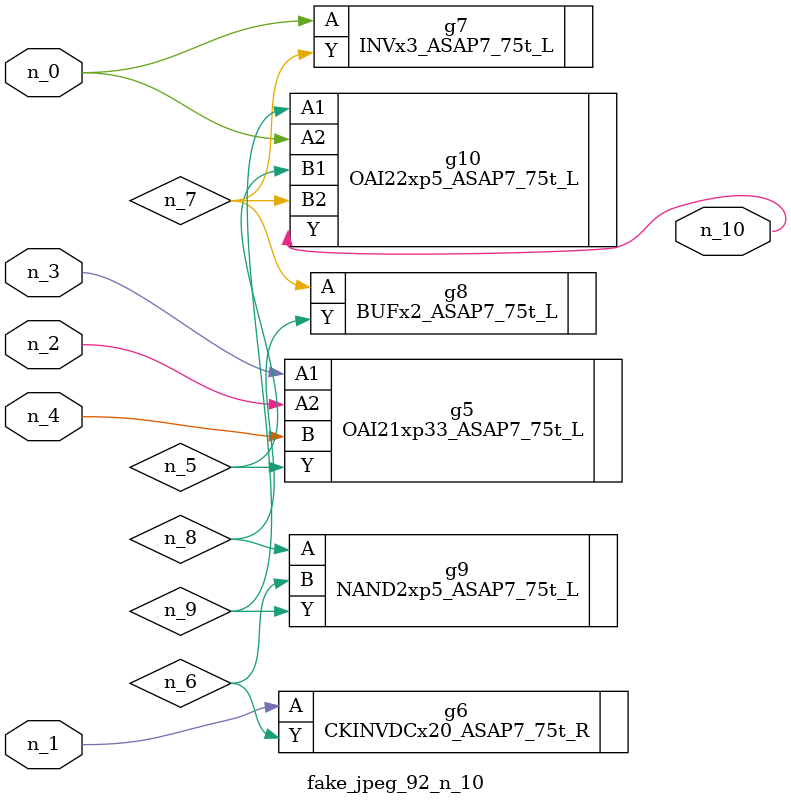
<source format=v>
module fake_jpeg_92_n_10 (n_3, n_2, n_1, n_0, n_4, n_10);

input n_3;
input n_2;
input n_1;
input n_0;
input n_4;

output n_10;

wire n_8;
wire n_9;
wire n_6;
wire n_5;
wire n_7;

OAI21xp33_ASAP7_75t_L g5 ( 
.A1(n_3),
.A2(n_2),
.B(n_4),
.Y(n_5)
);

CKINVDCx20_ASAP7_75t_R g6 ( 
.A(n_1),
.Y(n_6)
);

INVx3_ASAP7_75t_L g7 ( 
.A(n_0),
.Y(n_7)
);

BUFx2_ASAP7_75t_L g8 ( 
.A(n_7),
.Y(n_8)
);

NAND2xp5_ASAP7_75t_L g9 ( 
.A(n_8),
.B(n_6),
.Y(n_9)
);

OAI22xp5_ASAP7_75t_L g10 ( 
.A1(n_9),
.A2(n_0),
.B1(n_5),
.B2(n_7),
.Y(n_10)
);


endmodule
</source>
